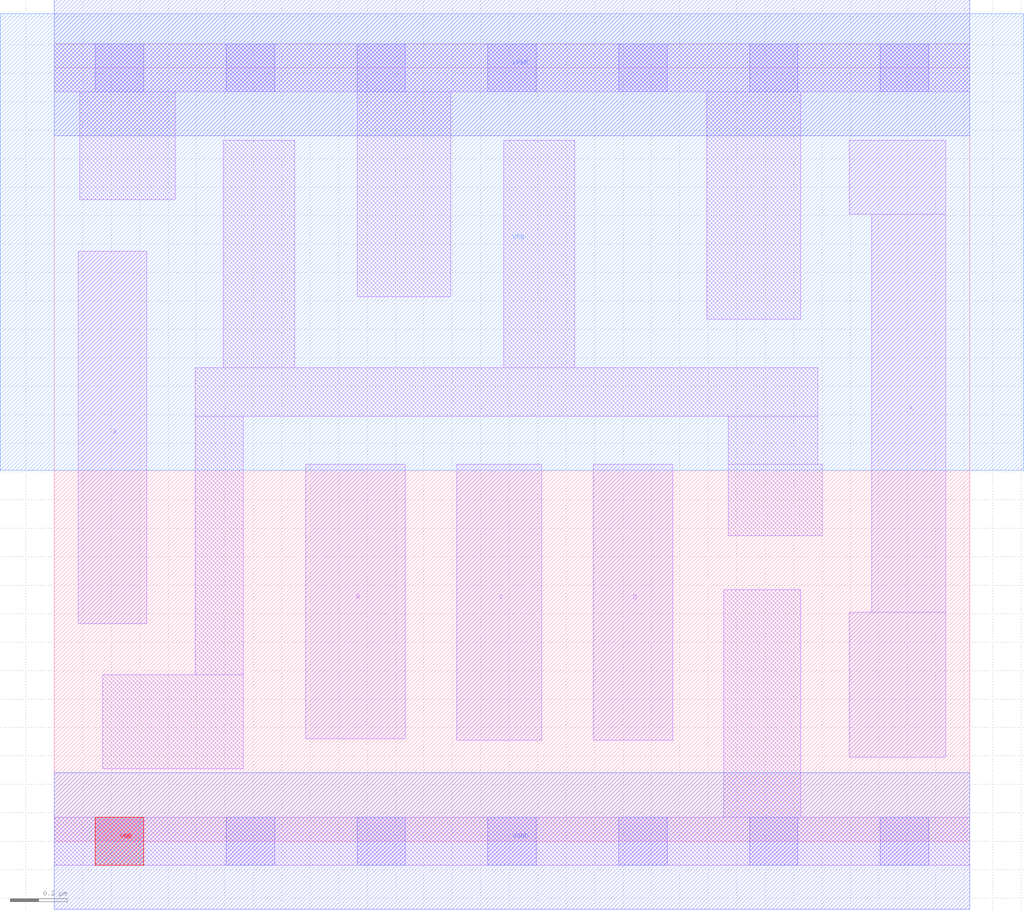
<source format=lef>
# Copyright 2020 The SkyWater PDK Authors
#
# Licensed under the Apache License, Version 2.0 (the "License");
# you may not use this file except in compliance with the License.
# You may obtain a copy of the License at
#
#     https://www.apache.org/licenses/LICENSE-2.0
#
# Unless required by applicable law or agreed to in writing, software
# distributed under the License is distributed on an "AS IS" BASIS,
# WITHOUT WARRANTIES OR CONDITIONS OF ANY KIND, either express or implied.
# See the License for the specific language governing permissions and
# limitations under the License.
#
# SPDX-License-Identifier: Apache-2.0

VERSION 5.7 ;
  NOWIREEXTENSIONATPIN ON ;
  DIVIDERCHAR "/" ;
  BUSBITCHARS "[]" ;
MACRO sky130_fd_sc_hd__and4_1
  CLASS CORE ;
  FOREIGN sky130_fd_sc_hd__and4_1 ;
  ORIGIN  0.000000  0.000000 ;
  SIZE  3.220000 BY  2.720000 ;
  SYMMETRY X Y R90 ;
  SITE unithd ;
  PIN A
    ANTENNAGATEAREA  0.126000 ;
    DIRECTION INPUT ;
    USE SIGNAL ;
    PORT
      LAYER li1 ;
        RECT 0.085000 0.765000 0.325000 2.075000 ;
    END
  END A
  PIN B
    ANTENNAGATEAREA  0.126000 ;
    DIRECTION INPUT ;
    USE SIGNAL ;
    PORT
      LAYER li1 ;
        RECT 0.885000 0.360000 1.235000 1.325000 ;
    END
  END B
  PIN C
    ANTENNAGATEAREA  0.126000 ;
    DIRECTION INPUT ;
    USE SIGNAL ;
    PORT
      LAYER li1 ;
        RECT 1.415000 0.355000 1.715000 1.325000 ;
    END
  END C
  PIN D
    ANTENNAGATEAREA  0.126000 ;
    DIRECTION INPUT ;
    USE SIGNAL ;
    PORT
      LAYER li1 ;
        RECT 1.895000 0.355000 2.175000 1.325000 ;
    END
  END D
  PIN X
    ANTENNADIFFAREA  0.429000 ;
    DIRECTION OUTPUT ;
    USE SIGNAL ;
    PORT
      LAYER li1 ;
        RECT 2.795000 0.295000 3.135000 0.805000 ;
        RECT 2.795000 2.205000 3.135000 2.465000 ;
        RECT 2.875000 0.805000 3.135000 2.205000 ;
    END
  END X
  PIN VGND
    DIRECTION INOUT ;
    SHAPE ABUTMENT ;
    USE GROUND ;
    PORT
      LAYER met1 ;
        RECT 0.000000 -0.240000 3.220000 0.240000 ;
    END
  END VGND
  PIN VNB
    DIRECTION INOUT ;
    USE GROUND ;
    PORT
      LAYER pwell ;
        RECT 0.145000 -0.085000 0.315000 0.085000 ;
    END
  END VNB
  PIN VPB
    DIRECTION INOUT ;
    USE POWER ;
    PORT
      LAYER nwell ;
        RECT -0.190000 1.305000 3.410000 2.910000 ;
    END
  END VPB
  PIN VPWR
    DIRECTION INOUT ;
    SHAPE ABUTMENT ;
    USE POWER ;
    PORT
      LAYER met1 ;
        RECT 0.000000 2.480000 3.220000 2.960000 ;
    END
  END VPWR
  OBS
    LAYER li1 ;
      RECT 0.000000 -0.085000 3.220000 0.085000 ;
      RECT 0.000000  2.635000 3.220000 2.805000 ;
      RECT 0.090000  2.255000 0.425000 2.635000 ;
      RECT 0.170000  0.255000 0.665000 0.585000 ;
      RECT 0.495000  0.585000 0.665000 1.495000 ;
      RECT 0.495000  1.495000 2.685000 1.665000 ;
      RECT 0.595000  1.665000 0.845000 2.465000 ;
      RECT 1.065000  1.915000 1.395000 2.635000 ;
      RECT 1.580000  1.665000 1.830000 2.465000 ;
      RECT 2.295000  1.835000 2.625000 2.635000 ;
      RECT 2.355000  0.085000 2.625000 0.885000 ;
      RECT 2.370000  1.075000 2.700000 1.325000 ;
      RECT 2.370000  1.325000 2.685000 1.495000 ;
    LAYER mcon ;
      RECT 0.145000 -0.085000 0.315000 0.085000 ;
      RECT 0.145000  2.635000 0.315000 2.805000 ;
      RECT 0.605000 -0.085000 0.775000 0.085000 ;
      RECT 0.605000  2.635000 0.775000 2.805000 ;
      RECT 1.065000 -0.085000 1.235000 0.085000 ;
      RECT 1.065000  2.635000 1.235000 2.805000 ;
      RECT 1.525000 -0.085000 1.695000 0.085000 ;
      RECT 1.525000  2.635000 1.695000 2.805000 ;
      RECT 1.985000 -0.085000 2.155000 0.085000 ;
      RECT 1.985000  2.635000 2.155000 2.805000 ;
      RECT 2.445000 -0.085000 2.615000 0.085000 ;
      RECT 2.445000  2.635000 2.615000 2.805000 ;
      RECT 2.905000 -0.085000 3.075000 0.085000 ;
      RECT 2.905000  2.635000 3.075000 2.805000 ;
  END
END sky130_fd_sc_hd__and4_1
END LIBRARY

</source>
